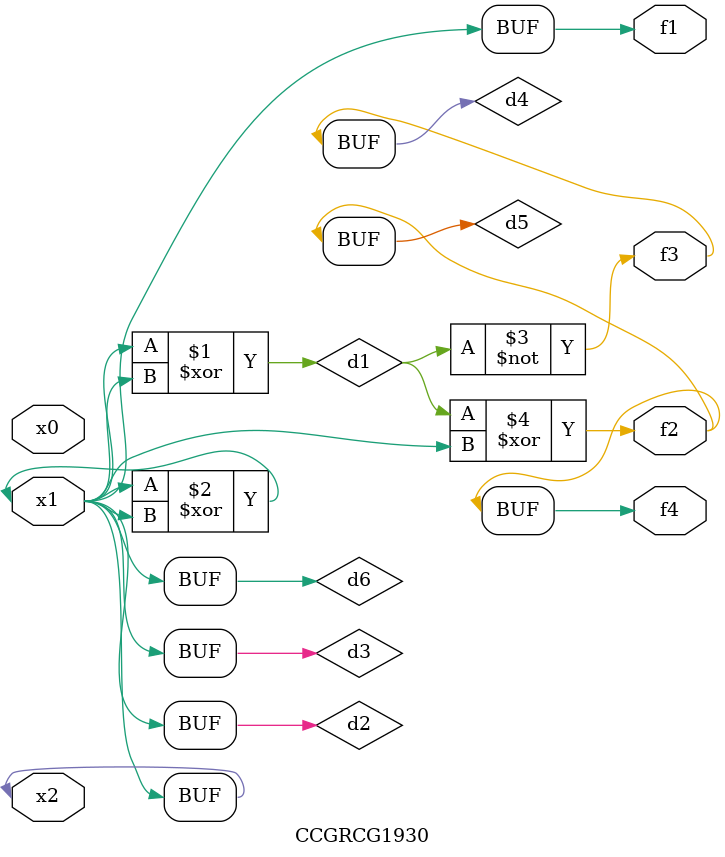
<source format=v>
module CCGRCG1930(
	input x0, x1, x2,
	output f1, f2, f3, f4
);

	wire d1, d2, d3, d4, d5, d6;

	xor (d1, x1, x2);
	buf (d2, x1, x2);
	xor (d3, x1, x2);
	nor (d4, d1);
	xor (d5, d1, d2);
	buf (d6, d2, d3);
	assign f1 = d6;
	assign f2 = d5;
	assign f3 = d4;
	assign f4 = d5;
endmodule

</source>
